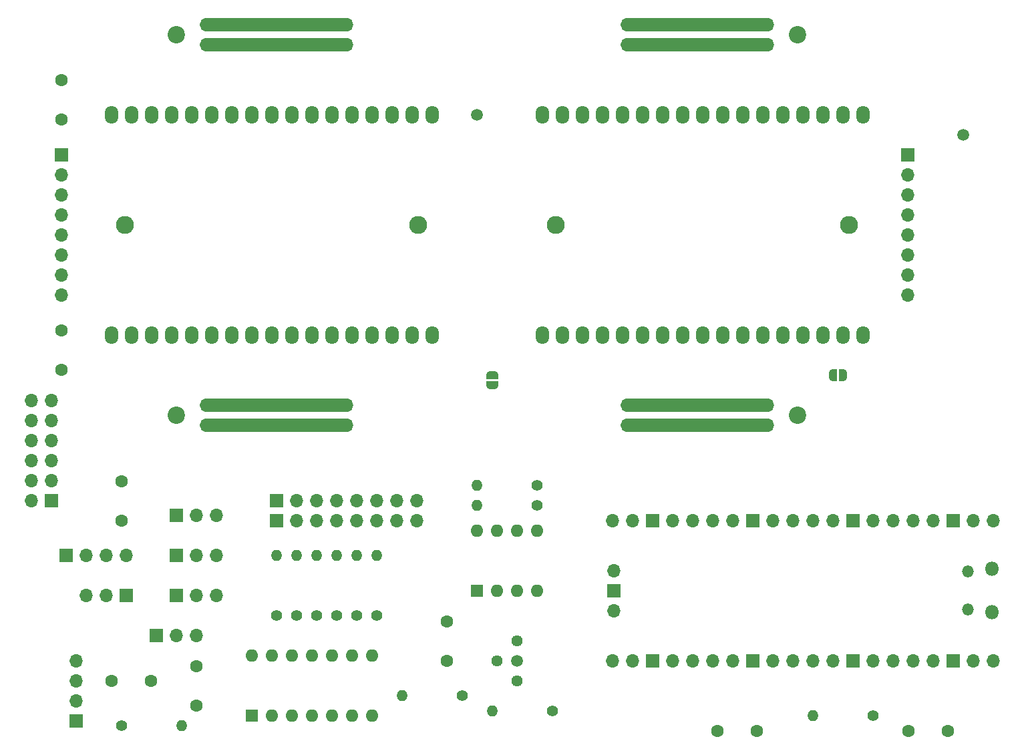
<source format=gbr>
%TF.GenerationSoftware,KiCad,Pcbnew,7.0.7*%
%TF.CreationDate,2025-01-28T12:58:34-05:00*%
%TF.ProjectId,cross-point-exp-brd-mini-smd,63726f73-732d-4706-9f69-6e742d657870,rev?*%
%TF.SameCoordinates,Original*%
%TF.FileFunction,Soldermask,Bot*%
%TF.FilePolarity,Negative*%
%FSLAX46Y46*%
G04 Gerber Fmt 4.6, Leading zero omitted, Abs format (unit mm)*
G04 Created by KiCad (PCBNEW 7.0.7) date 2025-01-28 12:58:34*
%MOMM*%
%LPD*%
G01*
G04 APERTURE LIST*
G04 Aperture macros list*
%AMFreePoly0*
4,1,19,0.500000,-0.750000,0.000000,-0.750000,0.000000,-0.744911,-0.071157,-0.744911,-0.207708,-0.704816,-0.327430,-0.627875,-0.420627,-0.520320,-0.479746,-0.390866,-0.500000,-0.250000,-0.500000,0.250000,-0.479746,0.390866,-0.420627,0.520320,-0.327430,0.627875,-0.207708,0.704816,-0.071157,0.744911,0.000000,0.744911,0.000000,0.750000,0.500000,0.750000,0.500000,-0.750000,0.500000,-0.750000,
$1*%
%AMFreePoly1*
4,1,19,0.000000,0.744911,0.071157,0.744911,0.207708,0.704816,0.327430,0.627875,0.420627,0.520320,0.479746,0.390866,0.500000,0.250000,0.500000,-0.250000,0.479746,-0.390866,0.420627,-0.520320,0.327430,-0.627875,0.207708,-0.704816,0.071157,-0.744911,0.000000,-0.744911,0.000000,-0.750000,-0.500000,-0.750000,-0.500000,0.750000,0.000000,0.750000,0.000000,0.744911,0.000000,0.744911,
$1*%
G04 Aperture macros list end*
%ADD10C,1.600000*%
%ADD11R,1.700000X1.700000*%
%ADD12O,1.700000X1.700000*%
%ADD13C,1.400000*%
%ADD14O,1.400000X1.400000*%
%ADD15C,2.200000*%
%ADD16C,1.500000*%
%ADD17R,1.600000X1.600000*%
%ADD18O,1.600000X1.600000*%
%ADD19C,2.286000*%
%ADD20O,1.700000X2.300000*%
%ADD21O,4.240000X1.700000*%
%ADD22O,1.800000X1.800000*%
%ADD23O,1.500000X1.500000*%
%ADD24C,1.440000*%
%ADD25FreePoly0,270.000000*%
%ADD26FreePoly1,270.000000*%
%ADD27FreePoly0,180.000000*%
%ADD28FreePoly1,180.000000*%
G04 APERTURE END LIST*
D10*
%TO.C,C2*%
X93305000Y-134610000D03*
X88305000Y-134610000D03*
%TD*%
D11*
%TO.C,JVEE1*%
X82550000Y-118745000D03*
D12*
X85090000Y-118745000D03*
X87630000Y-118745000D03*
X90170000Y-118745000D03*
%TD*%
D10*
%TO.C,C5*%
X99060000Y-132755000D03*
X99060000Y-137755000D03*
%TD*%
%TO.C,C3*%
X89535000Y-114300000D03*
X89535000Y-109300000D03*
%TD*%
D13*
%TO.C,R9*%
X119380000Y-126365000D03*
D14*
X119380000Y-118745000D03*
%TD*%
D15*
%TO.C,REF\u002A\u002A*%
X96520000Y-100965000D03*
%TD*%
%TO.C,REF\u002A\u002A*%
X175260000Y-100965000D03*
%TD*%
D16*
%TO.C,TP6*%
X139700000Y-132080000D03*
%TD*%
D10*
%TO.C,C8*%
X81915000Y-95210000D03*
X81915000Y-90210000D03*
%TD*%
D13*
%TO.C,R12*%
X89535000Y-140325000D03*
D14*
X97155000Y-140325000D03*
%TD*%
D17*
%TO.C,U10*%
X134620000Y-123190000D03*
D18*
X137160000Y-123190000D03*
X139700000Y-123190000D03*
X142240000Y-123190000D03*
X142240000Y-115570000D03*
X139700000Y-115570000D03*
X137160000Y-115570000D03*
X134620000Y-115570000D03*
%TD*%
D11*
%TO.C,JpVDD2*%
X96520000Y-123825000D03*
D12*
X99060000Y-123825000D03*
X101600000Y-123825000D03*
%TD*%
D11*
%TO.C,J1*%
X81915000Y-67945000D03*
D12*
X81915000Y-70485000D03*
X81915000Y-73025000D03*
X81915000Y-75565000D03*
X81915000Y-78105000D03*
X81915000Y-80645000D03*
X81915000Y-83185000D03*
X81915000Y-85725000D03*
%TD*%
D11*
%TO.C,J2*%
X189230000Y-67945000D03*
D12*
X189230000Y-70485000D03*
X189230000Y-73025000D03*
X189230000Y-75565000D03*
X189230000Y-78105000D03*
X189230000Y-80645000D03*
X189230000Y-83185000D03*
X189230000Y-85725000D03*
%TD*%
D19*
%TO.C,J4*%
X144614900Y-76835000D03*
X181775100Y-76835000D03*
D20*
X142875000Y-90805000D03*
X145415000Y-90805000D03*
X147955000Y-90805000D03*
X150495000Y-90805000D03*
X153035000Y-90805000D03*
X155575000Y-90805000D03*
X158115000Y-90805000D03*
X160655000Y-90805000D03*
X163195000Y-90805000D03*
X165735000Y-90805000D03*
X168275000Y-90805000D03*
X170815000Y-90805000D03*
X173355000Y-90805000D03*
X175895000Y-90805000D03*
X178435000Y-90805000D03*
X180975000Y-90805000D03*
X183515000Y-90805000D03*
X142875000Y-62865000D03*
X145415000Y-62865000D03*
X147955000Y-62865000D03*
X150495000Y-62865000D03*
X153035000Y-62865000D03*
X155575000Y-62865000D03*
X158115000Y-62865000D03*
X160655000Y-62865000D03*
X163195000Y-62865000D03*
X165735000Y-62865000D03*
X168275000Y-62865000D03*
X170815000Y-62865000D03*
X173355000Y-62865000D03*
X175895000Y-62865000D03*
X178435000Y-62865000D03*
X180975000Y-62865000D03*
X183515000Y-62865000D03*
%TD*%
D11*
%TO.C,DC1*%
X83820000Y-139700000D03*
D12*
X83820000Y-137160000D03*
X83820000Y-134620000D03*
X83820000Y-132080000D03*
%TD*%
D13*
%TO.C,R1*%
X132715000Y-136525000D03*
D14*
X125095000Y-136525000D03*
%TD*%
D10*
%TO.C,C1*%
X130810000Y-132080000D03*
X130810000Y-127080000D03*
%TD*%
D13*
%TO.C,R8*%
X121920000Y-126365000D03*
D14*
X121920000Y-118745000D03*
%TD*%
D12*
%TO.C,J5*%
X100330000Y-53975000D03*
D21*
X101600000Y-53975000D03*
X104140000Y-53975000D03*
X106680000Y-53975000D03*
X109220000Y-53975000D03*
X111760000Y-53975000D03*
X114300000Y-53975000D03*
X116840000Y-53975000D03*
D12*
X100330000Y-51435000D03*
D21*
X101600000Y-51435000D03*
X104140000Y-51435000D03*
X106680000Y-51435000D03*
X109220000Y-51435000D03*
X111760000Y-51435000D03*
X114300000Y-51435000D03*
X116840000Y-51435000D03*
X154940000Y-53975000D03*
X157480000Y-53975000D03*
X160020000Y-53975000D03*
X162560000Y-53975000D03*
X165100000Y-53975000D03*
X167640000Y-53975000D03*
X170180000Y-53975000D03*
D12*
X171450000Y-53975000D03*
D21*
X154940000Y-51435000D03*
X157480000Y-51435000D03*
X160020000Y-51435000D03*
X162560000Y-51435000D03*
X165100000Y-51435000D03*
X167640000Y-51435000D03*
X170180000Y-51435000D03*
D12*
X171450000Y-51435000D03*
%TD*%
%TO.C,J6*%
X100330000Y-102235000D03*
D21*
X101600000Y-102235000D03*
X104140000Y-102235000D03*
X106680000Y-102235000D03*
X109220000Y-102235000D03*
X111760000Y-102235000D03*
X114300000Y-102235000D03*
X116840000Y-102235000D03*
D12*
X100330000Y-99695000D03*
D21*
X101600000Y-99695000D03*
X104140000Y-99695000D03*
X106680000Y-99695000D03*
X109220000Y-99695000D03*
X111760000Y-99695000D03*
X114300000Y-99695000D03*
X116840000Y-99695000D03*
X154940000Y-102235000D03*
X157480000Y-102235000D03*
X160020000Y-102235000D03*
X162560000Y-102235000D03*
X165100000Y-102235000D03*
X167640000Y-102235000D03*
X170180000Y-102235000D03*
D12*
X171450000Y-102235000D03*
D21*
X154940000Y-99695000D03*
X157480000Y-99695000D03*
X160020000Y-99695000D03*
X162560000Y-99695000D03*
X165100000Y-99695000D03*
X167640000Y-99695000D03*
X170180000Y-99695000D03*
D12*
X171450000Y-99695000D03*
%TD*%
D13*
%TO.C,R6*%
X116840000Y-126365000D03*
D14*
X116840000Y-118745000D03*
%TD*%
D13*
%TO.C,R4*%
X111760000Y-126365000D03*
D14*
X111760000Y-118745000D03*
%TD*%
D11*
%TO.C,JpVDD1*%
X93980000Y-128905000D03*
D12*
X96520000Y-128905000D03*
X99060000Y-128905000D03*
%TD*%
D11*
%TO.C,J8*%
X109220000Y-114300000D03*
D12*
X111760000Y-114300000D03*
X114300000Y-114300000D03*
X116840000Y-114300000D03*
X119380000Y-114300000D03*
X121920000Y-114300000D03*
X124460000Y-114300000D03*
X127000000Y-114300000D03*
%TD*%
D11*
%TO.C,JpVDD5*%
X96520000Y-118745000D03*
D12*
X99060000Y-118745000D03*
X101600000Y-118745000D03*
%TD*%
D19*
%TO.C,J3*%
X90004900Y-76835000D03*
X127165100Y-76835000D03*
D20*
X88265000Y-90805000D03*
X90805000Y-90805000D03*
X93345000Y-90805000D03*
X95885000Y-90805000D03*
X98425000Y-90805000D03*
X100965000Y-90805000D03*
X103505000Y-90805000D03*
X106045000Y-90805000D03*
X108585000Y-90805000D03*
X111125000Y-90805000D03*
X113665000Y-90805000D03*
X116205000Y-90805000D03*
X118745000Y-90805000D03*
X121285000Y-90805000D03*
X123825000Y-90805000D03*
X126365000Y-90805000D03*
X128905000Y-90805000D03*
X88265000Y-62865000D03*
X90805000Y-62865000D03*
X93345000Y-62865000D03*
X95885000Y-62865000D03*
X98425000Y-62865000D03*
X100965000Y-62865000D03*
X103505000Y-62865000D03*
X106045000Y-62865000D03*
X108585000Y-62865000D03*
X111125000Y-62865000D03*
X113665000Y-62865000D03*
X116205000Y-62865000D03*
X118745000Y-62865000D03*
X121285000Y-62865000D03*
X123825000Y-62865000D03*
X126365000Y-62865000D03*
X128905000Y-62865000D03*
%TD*%
D13*
%TO.C,R2*%
X144145000Y-138430000D03*
D14*
X136525000Y-138430000D03*
%TD*%
D11*
%TO.C,J7*%
X109220000Y-111760000D03*
D12*
X111760000Y-111760000D03*
X114300000Y-111760000D03*
X116840000Y-111760000D03*
X119380000Y-111760000D03*
X121920000Y-111760000D03*
X124460000Y-111760000D03*
X127000000Y-111760000D03*
%TD*%
D10*
%TO.C,C6*%
X194310000Y-140970000D03*
X189310000Y-140970000D03*
%TD*%
D16*
%TO.C,CE1*%
X134620000Y-62865000D03*
%TD*%
D15*
%TO.C,REF\u002A\u002A*%
X175260000Y-52705000D03*
%TD*%
D17*
%TO.C,U11*%
X106045000Y-139065000D03*
D18*
X108585000Y-139065000D03*
X111125000Y-139065000D03*
X113665000Y-139065000D03*
X116205000Y-139065000D03*
X118745000Y-139065000D03*
X121285000Y-139065000D03*
X121285000Y-131445000D03*
X118745000Y-131445000D03*
X116205000Y-131445000D03*
X113665000Y-131445000D03*
X111125000Y-131445000D03*
X108585000Y-131445000D03*
X106045000Y-131445000D03*
%TD*%
D13*
%TO.C,R3*%
X184785000Y-139065000D03*
D14*
X177165000Y-139065000D03*
%TD*%
D11*
%TO.C,PMOD1*%
X80645000Y-111760000D03*
D12*
X80645000Y-106680000D03*
X80645000Y-109220000D03*
X80645000Y-104140000D03*
X80645000Y-101600000D03*
X80645000Y-99060000D03*
X78105000Y-111760000D03*
X78105000Y-109220000D03*
X78105000Y-106680000D03*
X78105000Y-104140000D03*
X78105000Y-101600000D03*
X78105000Y-99060000D03*
%TD*%
D13*
%TO.C,R11*%
X142240000Y-109855000D03*
D14*
X134620000Y-109855000D03*
%TD*%
D11*
%TO.C,JpVDD4*%
X96520000Y-113665000D03*
D12*
X99060000Y-113665000D03*
X101600000Y-113665000D03*
%TD*%
D22*
%TO.C,U9*%
X199895000Y-120465000D03*
D23*
X196865000Y-120765000D03*
X196865000Y-125615000D03*
D22*
X199895000Y-125915000D03*
D12*
X200025000Y-114300000D03*
X197485000Y-114300000D03*
D11*
X194945000Y-114300000D03*
D12*
X192405000Y-114300000D03*
X189865000Y-114300000D03*
X187325000Y-114300000D03*
X184785000Y-114300000D03*
D11*
X182245000Y-114300000D03*
D12*
X179705000Y-114300000D03*
X177165000Y-114300000D03*
X174625000Y-114300000D03*
X172085000Y-114300000D03*
D11*
X169545000Y-114300000D03*
D12*
X167005000Y-114300000D03*
X164465000Y-114300000D03*
X161925000Y-114300000D03*
X159385000Y-114300000D03*
D11*
X156845000Y-114300000D03*
D12*
X154305000Y-114300000D03*
X151765000Y-114300000D03*
X151765000Y-132080000D03*
X154305000Y-132080000D03*
D11*
X156845000Y-132080000D03*
D12*
X159385000Y-132080000D03*
X161925000Y-132080000D03*
X164465000Y-132080000D03*
X167005000Y-132080000D03*
D11*
X169545000Y-132080000D03*
D12*
X172085000Y-132080000D03*
X174625000Y-132080000D03*
X177165000Y-132080000D03*
X179705000Y-132080000D03*
D11*
X182245000Y-132080000D03*
D12*
X184785000Y-132080000D03*
X187325000Y-132080000D03*
X189865000Y-132080000D03*
X192405000Y-132080000D03*
D11*
X194945000Y-132080000D03*
D12*
X197485000Y-132080000D03*
X200025000Y-132080000D03*
X151995000Y-120650000D03*
D11*
X151995000Y-123190000D03*
D12*
X151995000Y-125730000D03*
%TD*%
D15*
%TO.C,REF\u002A\u002A*%
X96520000Y-52705000D03*
%TD*%
D10*
%TO.C,C4*%
X170100000Y-140970000D03*
X165100000Y-140970000D03*
%TD*%
D13*
%TO.C,R7*%
X114300000Y-126365000D03*
D14*
X114300000Y-118745000D03*
%TD*%
D10*
%TO.C,C7*%
X81915000Y-63460000D03*
X81915000Y-58460000D03*
%TD*%
D13*
%TO.C,R5*%
X109220000Y-126365000D03*
D14*
X109220000Y-118745000D03*
%TD*%
D16*
%TO.C,GND1*%
X196215000Y-65405000D03*
%TD*%
D24*
%TO.C,RV1*%
X139685000Y-129540000D03*
X137145000Y-132080000D03*
X139685000Y-134620000D03*
%TD*%
D13*
%TO.C,R10*%
X142240000Y-112395000D03*
D14*
X134620000Y-112395000D03*
%TD*%
D11*
%TO.C,JpVDD3*%
X90170000Y-123825000D03*
D12*
X87630000Y-123825000D03*
X85090000Y-123825000D03*
%TD*%
D25*
%TO.C,JP3*%
X136525000Y-95855000D03*
D26*
X136525000Y-97155000D03*
%TD*%
D27*
%TO.C,JP4*%
X181005000Y-95885000D03*
D28*
X179705000Y-95885000D03*
%TD*%
M02*

</source>
